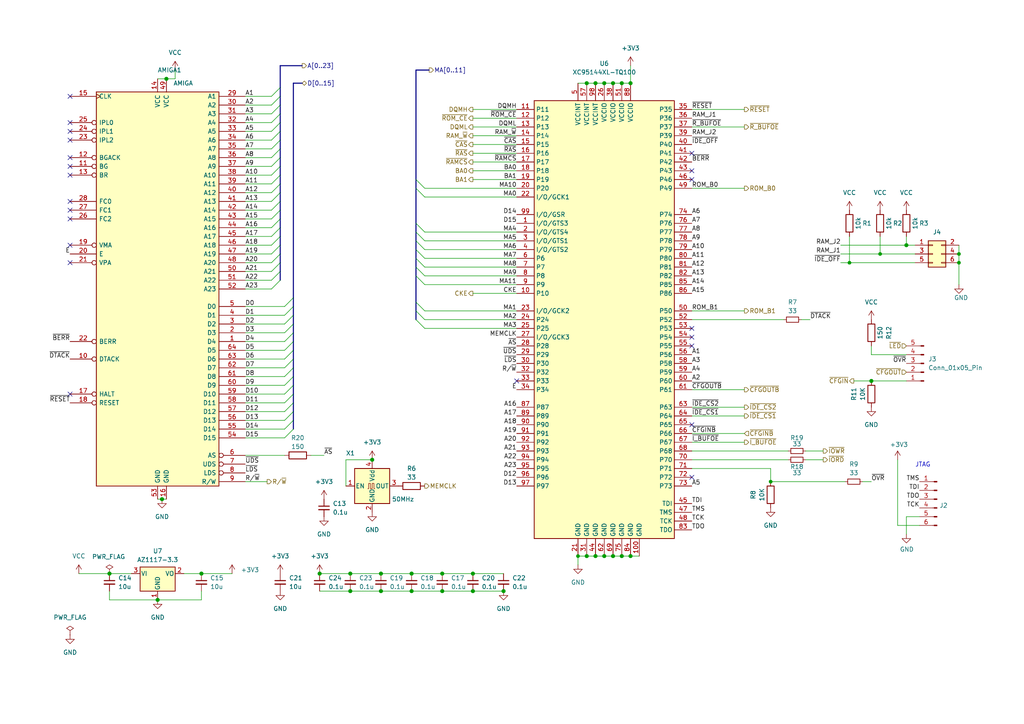
<source format=kicad_sch>
(kicad_sch (version 20250114) (generator "eeschema") (generator_version "9.0")
  (paper "A4")
  (text "JTAG" (at 265.43 135.636 0) (effects (font (size 1.27 1.27)) (justify left bottom)))
  (junction (at 101.6 166.37) (diameter 1.016))
  (junction (at 128.27 171.45) (diameter 1.016))
  (junction (at 175.26 24.13) (diameter 1.016))
  (junction (at 180.34 161.29) (diameter 1.016))
  (junction (at 119.38 171.45) (diameter 1.016))
  (junction (at 92.71 166.37) (diameter 1.016))
  (junction (at 45.72 173.99) (diameter 1.016))
  (junction (at 167.64 161.29))
  (junction (at 180.34 24.13) (diameter 1.016))
  (junction (at 177.8 24.13) (diameter 1.016))
  (junction (at 128.27 166.37) (diameter 1.016))
  (junction (at 137.16 166.37) (diameter 1.016))
  (junction (at 119.38 166.37) (diameter 1.016))
  (junction (at 146.05 171.45) (diameter 1.016))
  (junction (at 182.88 161.29) (diameter 1.016))
  (junction (at 101.6 171.45) (diameter 1.016))
  (junction (at 278.13 76.2))
  (junction (at 48.26 22.86) (diameter 1.016))
  (junction (at 278.13 73.66))
  (junction (at 255.27 73.66))
  (junction (at 31.75 166.37) (diameter 1.016))
  (junction (at 262.89 71.12) (diameter 1.016))
  (junction (at 182.88 24.13) (diameter 1.016))
  (junction (at 46.99 144.78) (diameter 1.016))
  (junction (at 246.38 76.2))
  (junction (at 170.18 24.13) (diameter 1.016))
  (junction (at 137.16 171.45) (diameter 1.016))
  (junction (at 107.95 133.35) (diameter 1.016))
  (junction (at 110.49 166.37) (diameter 1.016))
  (junction (at 110.49 171.45) (diameter 1.016))
  (junction (at 172.72 24.13) (diameter 1.016))
  (junction (at 175.26 161.29) (diameter 1.016))
  (junction (at 223.52 139.7))
  (junction (at 58.42 166.37) (diameter 1.016))
  (junction (at 177.8 161.29) (diameter 1.016))
  (junction (at 170.18 161.29) (diameter 1.016))
  (junction (at 252.73 110.49) (diameter 1.016))
  (junction (at 172.72 161.29) (diameter 1.016))
  (no_connect (at 200.66 52.07))
  (no_connect (at 149.86 110.49))
  (no_connect (at 200.66 44.45))
  (no_connect (at 200.66 49.53))
  (no_connect (at 20.32 38.1))
  (no_connect (at 200.66 97.79))
  (no_connect (at 20.32 114.3))
  (no_connect (at 200.66 95.25))
  (no_connect (at 20.32 45.72))
  (no_connect (at 20.32 27.94))
  (no_connect (at 20.32 58.42))
  (no_connect (at 20.32 60.96))
  (no_connect (at 20.32 50.8))
  (no_connect (at 20.32 71.12))
  (no_connect (at 20.32 40.64))
  (no_connect (at 200.66 100.33))
  (no_connect (at 20.32 48.26))
  (no_connect (at 20.32 35.56))
  (no_connect (at 20.32 63.5))
  (no_connect (at 200.66 138.43))
  (no_connect (at 200.66 123.19))
  (no_connect (at 20.32 76.2))
  (bus_entry (at 120.65 69.85) (size 2.54 2.54))
  (bus_entry (at 82.55 119.38) (size 2.54 -2.54))
  (bus_entry (at 82.55 93.98) (size 2.54 -2.54))
  (bus_entry (at 78.74 58.42) (size 2.54 -2.54))
  (bus_entry (at 82.55 106.68) (size 2.54 -2.54))
  (bus_entry (at 120.65 64.77) (size 2.54 2.54))
  (bus_entry (at 78.74 66.04) (size 2.54 -2.54))
  (bus_entry (at 82.55 111.76) (size 2.54 -2.54))
  (bus_entry (at 78.74 38.1) (size 2.54 -2.54))
  (bus_entry (at 78.74 48.26) (size 2.54 -2.54))
  (bus_entry (at 78.74 30.48) (size 2.54 -2.54))
  (bus_entry (at 78.74 53.34) (size 2.54 -2.54))
  (bus_entry (at 120.65 80.01) (size 2.54 2.54))
  (bus_entry (at 78.74 43.18) (size 2.54 -2.54))
  (bus_entry (at 120.65 87.63) (size 2.54 2.54))
  (bus_entry (at 82.55 99.06) (size 2.54 -2.54))
  (bus_entry (at 120.65 90.17) (size 2.54 2.54))
  (bus_entry (at 78.74 68.58) (size 2.54 -2.54))
  (bus_entry (at 78.74 71.12) (size 2.54 -2.54))
  (bus_entry (at 120.65 72.39) (size 2.54 2.54))
  (bus_entry (at 78.74 40.64) (size 2.54 -2.54))
  (bus_entry (at 82.55 101.6) (size 2.54 -2.54))
  (bus_entry (at 82.55 104.14) (size 2.54 -2.54))
  (bus_entry (at 78.74 55.88) (size 2.54 -2.54))
  (bus_entry (at 78.74 83.82) (size 2.54 -2.54))
  (bus_entry (at 78.74 35.56) (size 2.54 -2.54))
  (bus_entry (at 82.55 116.84) (size 2.54 -2.54))
  (bus_entry (at 82.55 88.9) (size 2.54 -2.54))
  (bus_entry (at 120.65 52.07) (size 2.54 2.54))
  (bus_entry (at 78.74 78.74) (size 2.54 -2.54))
  (bus_entry (at 120.65 54.61) (size 2.54 2.54))
  (bus_entry (at 78.74 33.02) (size 2.54 -2.54))
  (bus_entry (at 78.74 73.66) (size 2.54 -2.54))
  (bus_entry (at 78.74 45.72) (size 2.54 -2.54))
  (bus_entry (at 120.65 74.93) (size 2.54 2.54))
  (bus_entry (at 82.55 121.92) (size 2.54 -2.54))
  (bus_entry (at 78.74 27.94) (size 2.54 -2.54))
  (bus_entry (at 78.74 50.8) (size 2.54 -2.54))
  (bus_entry (at 78.74 81.28) (size 2.54 -2.54))
  (bus_entry (at 82.55 127) (size 2.54 -2.54))
  (bus_entry (at 78.74 60.96) (size 2.54 -2.54))
  (bus_entry (at 82.55 91.44) (size 2.54 -2.54))
  (bus_entry (at 78.74 63.5) (size 2.54 -2.54))
  (bus_entry (at 82.55 114.3) (size 2.54 -2.54))
  (bus_entry (at 82.55 124.46) (size 2.54 -2.54))
  (bus_entry (at 82.55 109.22) (size 2.54 -2.54))
  (bus_entry (at 120.65 77.47) (size 2.54 2.54))
  (bus_entry (at 120.65 67.31) (size 2.54 2.54))
  (bus_entry (at 120.65 92.71) (size 2.54 2.54))
  (bus_entry (at 78.74 76.2) (size 2.54 -2.54))
  (bus_entry (at 82.55 96.52) (size 2.54 -2.54))
  (bus (pts (xy 85.09 109.22) (xy 85.09 106.68)))
  (bus (pts (xy 81.28 78.74) (xy 81.28 76.2)))
  (wire (pts (xy 101.6 171.45) (xy 110.49 171.45)))
  (wire (pts (xy 71.12 45.72) (xy 78.74 45.72)))
  (bus (pts (xy 81.28 68.58) (xy 81.28 66.04)))
  (wire (pts (xy 137.16 34.29) (xy 149.86 34.29)))
  (bus (pts (xy 81.28 33.02) (xy 81.28 30.48)))
  (wire (pts (xy 182.88 161.29) (xy 185.42 161.29)))
  (wire (pts (xy 255.27 73.66) (xy 265.43 73.66)))
  (wire (pts (xy 137.16 44.45) (xy 149.86 44.45)))
  (bus (pts (xy 85.09 24.13) (xy 87.63 24.13)))
  (wire (pts (xy 71.12 127) (xy 82.55 127)))
  (wire (pts (xy 123.19 72.39) (xy 149.86 72.39)))
  (wire (pts (xy 71.12 43.18) (xy 78.74 43.18)))
  (wire (pts (xy 71.12 71.12) (xy 78.74 71.12)))
  (wire (pts (xy 167.64 161.29) (xy 167.64 163.83)))
  (wire (pts (xy 71.12 50.8) (xy 78.74 50.8)))
  (bus (pts (xy 120.65 54.61) (xy 120.65 52.07)))
  (wire (pts (xy 71.12 106.68) (xy 82.55 106.68)))
  (wire (pts (xy 252.73 102.87) (xy 252.73 100.33)))
  (wire (pts (xy 71.12 96.52) (xy 82.55 96.52)))
  (bus (pts (xy 85.09 106.68) (xy 85.09 104.14)))
  (wire (pts (xy 90.17 132.08) (xy 93.98 132.08)))
  (wire (pts (xy 71.12 81.28) (xy 78.74 81.28)))
  (wire (pts (xy 71.12 40.64) (xy 78.74 40.64)))
  (bus (pts (xy 120.65 67.31) (xy 120.65 64.77)))
  (wire (pts (xy 123.19 54.61) (xy 149.86 54.61)))
  (wire (pts (xy 31.75 166.37) (xy 38.1 166.37)))
  (bus (pts (xy 120.65 52.07) (xy 120.65 20.32)))
  (wire (pts (xy 182.88 19.05) (xy 182.88 24.13)))
  (wire (pts (xy 233.68 133.35) (xy 238.76 133.35)))
  (bus (pts (xy 81.28 66.04) (xy 81.28 63.5)))
  (wire (pts (xy 46.99 144.78) (xy 48.26 144.78)))
  (wire (pts (xy 71.12 124.46) (xy 82.55 124.46)))
  (wire (pts (xy 123.19 57.15) (xy 149.86 57.15)))
  (wire (pts (xy 137.16 39.37) (xy 149.86 39.37)))
  (wire (pts (xy 223.52 135.89) (xy 223.52 139.7)))
  (bus (pts (xy 85.09 93.98) (xy 85.09 91.44)))
  (wire (pts (xy 170.18 24.13) (xy 172.72 24.13)))
  (bus (pts (xy 81.28 43.18) (xy 81.28 40.64)))
  (bus (pts (xy 81.28 35.56) (xy 81.28 33.02)))
  (wire (pts (xy 180.34 161.29) (xy 182.88 161.29)))
  (wire (pts (xy 246.38 68.58) (xy 246.38 76.2)))
  (wire (pts (xy 200.66 31.75) (xy 215.9 31.75)))
  (wire (pts (xy 262.89 102.87) (xy 252.73 102.87)))
  (bus (pts (xy 120.65 80.01) (xy 120.65 77.47)))
  (bus (pts (xy 81.28 48.26) (xy 81.28 45.72)))
  (wire (pts (xy 177.8 161.29) (xy 180.34 161.29)))
  (wire (pts (xy 71.12 104.14) (xy 82.55 104.14)))
  (wire (pts (xy 223.52 139.7) (xy 245.11 139.7)))
  (bus (pts (xy 81.28 73.66) (xy 81.28 71.12)))
  (wire (pts (xy 71.12 66.04) (xy 78.74 66.04)))
  (wire (pts (xy 243.84 73.66) (xy 255.27 73.66)))
  (bus (pts (xy 85.09 101.6) (xy 85.09 99.06)))
  (wire (pts (xy 172.72 161.29) (xy 175.26 161.29)))
  (wire (pts (xy 137.16 41.91) (xy 149.86 41.91)))
  (bus (pts (xy 81.28 71.12) (xy 81.28 68.58)))
  (wire (pts (xy 31.75 171.45) (xy 31.75 173.99)))
  (wire (pts (xy 123.19 74.93) (xy 149.86 74.93)))
  (bus (pts (xy 81.28 53.34) (xy 81.28 50.8)))
  (wire (pts (xy 71.12 68.58) (xy 78.74 68.58)))
  (wire (pts (xy 123.19 69.85) (xy 149.86 69.85)))
  (bus (pts (xy 85.09 124.46) (xy 85.09 121.92)))
  (wire (pts (xy 260.35 152.4) (xy 266.7 152.4)))
  (wire (pts (xy 71.12 48.26) (xy 78.74 48.26)))
  (wire (pts (xy 71.12 99.06) (xy 82.55 99.06)))
  (wire (pts (xy 71.12 55.88) (xy 78.74 55.88)))
  (wire (pts (xy 92.71 166.37) (xy 101.6 166.37)))
  (wire (pts (xy 71.12 91.44) (xy 82.55 91.44)))
  (wire (pts (xy 71.12 58.42) (xy 78.74 58.42)))
  (wire (pts (xy 200.66 54.61) (xy 215.9 54.61)))
  (bus (pts (xy 81.28 50.8) (xy 81.28 48.26)))
  (bus (pts (xy 81.28 19.05) (xy 87.63 19.05)))
  (wire (pts (xy 71.12 93.98) (xy 82.55 93.98)))
  (bus (pts (xy 120.65 87.63) (xy 120.65 80.01)))
  (wire (pts (xy 175.26 161.29) (xy 177.8 161.29)))
  (bus (pts (xy 81.28 27.94) (xy 81.28 25.4)))
  (wire (pts (xy 71.12 53.34) (xy 78.74 53.34)))
  (bus (pts (xy 81.28 38.1) (xy 81.28 35.56)))
  (bus (pts (xy 85.09 91.44) (xy 85.09 88.9)))
  (wire (pts (xy 71.12 114.3) (xy 82.55 114.3)))
  (wire (pts (xy 22.86 166.37) (xy 31.75 166.37)))
  (wire (pts (xy 123.19 95.25) (xy 149.86 95.25)))
  (wire (pts (xy 177.8 24.13) (xy 180.34 24.13)))
  (bus (pts (xy 81.28 40.64) (xy 81.28 38.1)))
  (wire (pts (xy 71.12 33.02) (xy 78.74 33.02)))
  (wire (pts (xy 71.12 109.22) (xy 82.55 109.22)))
  (wire (pts (xy 247.65 110.49) (xy 252.73 110.49)))
  (bus (pts (xy 81.28 81.28) (xy 81.28 78.74)))
  (bus (pts (xy 85.09 111.76) (xy 85.09 109.22)))
  (wire (pts (xy 71.12 121.92) (xy 82.55 121.92)))
  (bus (pts (xy 81.28 55.88) (xy 81.28 53.34)))
  (wire (pts (xy 252.73 110.49) (xy 262.89 110.49)))
  (bus (pts (xy 85.09 86.36) (xy 85.09 24.13)))
  (wire (pts (xy 58.42 173.99) (xy 58.42 171.45)))
  (wire (pts (xy 71.12 88.9) (xy 82.55 88.9)))
  (wire (pts (xy 110.49 171.45) (xy 119.38 171.45)))
  (wire (pts (xy 123.19 77.47) (xy 149.86 77.47)))
  (wire (pts (xy 200.66 130.81) (xy 228.6 130.81)))
  (wire (pts (xy 71.12 30.48) (xy 78.74 30.48)))
  (wire (pts (xy 180.34 24.13) (xy 182.88 24.13)))
  (wire (pts (xy 200.66 92.71) (xy 227.33 92.71)))
  (wire (pts (xy 71.12 116.84) (xy 82.55 116.84)))
  (bus (pts (xy 120.65 64.77) (xy 120.65 54.61)))
  (wire (pts (xy 200.66 90.17) (xy 215.9 90.17)))
  (bus (pts (xy 85.09 116.84) (xy 85.09 114.3)))
  (wire (pts (xy 110.49 166.37) (xy 119.38 166.37)))
  (wire (pts (xy 71.12 132.08) (xy 82.55 132.08)))
  (wire (pts (xy 137.16 49.53) (xy 149.86 49.53)))
  (wire (pts (xy 262.89 68.58) (xy 262.89 71.12)))
  (wire (pts (xy 31.75 173.99) (xy 45.72 173.99)))
  (wire (pts (xy 266.7 149.86) (xy 262.89 149.86)))
  (wire (pts (xy 233.68 130.81) (xy 238.76 130.81)))
  (wire (pts (xy 170.18 161.29) (xy 172.72 161.29)))
  (wire (pts (xy 100.33 133.35) (xy 107.95 133.35)))
  (wire (pts (xy 167.64 24.13) (xy 170.18 24.13)))
  (wire (pts (xy 172.72 24.13) (xy 175.26 24.13)))
  (wire (pts (xy 119.38 171.45) (xy 128.27 171.45)))
  (wire (pts (xy 128.27 171.45) (xy 137.16 171.45)))
  (wire (pts (xy 71.12 119.38) (xy 82.55 119.38)))
  (bus (pts (xy 120.65 90.17) (xy 120.65 87.63)))
  (wire (pts (xy 123.19 90.17) (xy 149.86 90.17)))
  (wire (pts (xy 101.6 166.37) (xy 110.49 166.37)))
  (wire (pts (xy 137.16 46.99) (xy 149.86 46.99)))
  (wire (pts (xy 71.12 111.76) (xy 82.55 111.76)))
  (wire (pts (xy 137.16 52.07) (xy 149.86 52.07)))
  (wire (pts (xy 100.33 140.97) (xy 100.33 133.35)))
  (bus (pts (xy 120.65 74.93) (xy 120.65 72.39)))
  (wire (pts (xy 71.12 35.56) (xy 78.74 35.56)))
  (bus (pts (xy 81.28 60.96) (xy 81.28 58.42)))
  (wire (pts (xy 200.66 113.03) (xy 215.9 113.03)))
  (wire (pts (xy 137.16 31.75) (xy 149.86 31.75)))
  (bus (pts (xy 120.65 72.39) (xy 120.65 69.85)))
  (wire (pts (xy 260.35 133.35) (xy 260.35 152.4)))
  (bus (pts (xy 85.09 121.92) (xy 85.09 119.38)))
  (wire (pts (xy 278.13 73.66) (xy 278.13 76.2)))
  (wire (pts (xy 71.12 139.7) (xy 77.47 139.7)))
  (wire (pts (xy 71.12 63.5) (xy 78.74 63.5)))
  (wire (pts (xy 234.95 92.71) (xy 232.41 92.71)))
  (bus (pts (xy 120.65 77.47) (xy 120.65 74.93)))
  (bus (pts (xy 81.28 63.5) (xy 81.28 60.96)))
  (wire (pts (xy 53.34 166.37) (xy 58.42 166.37)))
  (wire (pts (xy 137.16 166.37) (xy 146.05 166.37)))
  (wire (pts (xy 200.66 135.89) (xy 223.52 135.89)))
  (wire (pts (xy 243.84 71.12) (xy 262.89 71.12)))
  (wire (pts (xy 71.12 73.66) (xy 78.74 73.66)))
  (wire (pts (xy 262.89 71.12) (xy 265.43 71.12)))
  (wire (pts (xy 200.66 36.83) (xy 215.9 36.83)))
  (wire (pts (xy 200.66 128.27) (xy 215.9 128.27)))
  (wire (pts (xy 246.38 76.2) (xy 265.43 76.2)))
  (wire (pts (xy 200.66 120.65) (xy 215.9 120.65)))
  (bus (pts (xy 85.09 114.3) (xy 85.09 111.76)))
  (wire (pts (xy 200.66 118.11) (xy 215.9 118.11)))
  (wire (pts (xy 137.16 36.83) (xy 149.86 36.83)))
  (bus (pts (xy 85.09 99.06) (xy 85.09 96.52)))
  (wire (pts (xy 123.19 67.31) (xy 149.86 67.31)))
  (wire (pts (xy 255.27 68.58) (xy 255.27 73.66)))
  (wire (pts (xy 92.71 171.45) (xy 101.6 171.45)))
  (wire (pts (xy 45.72 173.99) (xy 58.42 173.99)))
  (wire (pts (xy 278.13 76.2) (xy 278.13 82.55)))
  (wire (pts (xy 200.66 133.35) (xy 228.6 133.35)))
  (bus (pts (xy 120.65 92.71) (xy 120.65 90.17)))
  (wire (pts (xy 262.89 149.86) (xy 262.89 154.94)))
  (bus (pts (xy 85.09 96.52) (xy 85.09 93.98)))
  (wire (pts (xy 71.12 27.94) (xy 78.74 27.94)))
  (wire (pts (xy 137.16 85.09) (xy 149.86 85.09)))
  (wire (pts (xy 175.26 24.13) (xy 177.8 24.13)))
  (wire (pts (xy 123.19 80.01) (xy 149.86 80.01)))
  (bus (pts (xy 85.09 104.14) (xy 85.09 101.6)))
  (wire (pts (xy 71.12 60.96) (xy 78.74 60.96)))
  (wire (pts (xy 167.64 161.29) (xy 170.18 161.29)))
  (wire (pts (xy 243.84 76.2) (xy 246.38 76.2)))
  (wire (pts (xy 45.72 22.86) (xy 48.26 22.86)))
  (wire (pts (xy 123.19 82.55) (xy 149.86 82.55)))
  (wire (pts (xy 71.12 101.6) (xy 82.55 101.6)))
  (wire (pts (xy 50.8 20.32) (xy 50.8 22.86)))
  (wire (pts (xy 278.13 71.12) (xy 278.13 73.66)))
  (bus (pts (xy 81.28 76.2) (xy 81.28 73.66)))
  (wire (pts (xy 71.12 83.82) (xy 78.74 83.82)))
  (bus (pts (xy 120.65 69.85) (xy 120.65 67.31)))
  (bus (pts (xy 120.65 20.32) (xy 124.46 20.32)))
  (wire (pts (xy 58.42 166.37) (xy 67.31 166.37)))
  (wire (pts (xy 71.12 78.74) (xy 78.74 78.74)))
  (wire (pts (xy 71.12 38.1) (xy 78.74 38.1)))
  (wire (pts (xy 200.66 125.73) (xy 215.9 125.73)))
  (wire (pts (xy 48.26 22.86) (xy 50.8 22.86)))
  (bus (pts (xy 81.28 25.4) (xy 81.28 19.05)))
  (wire (pts (xy 119.38 166.37) (xy 128.27 166.37)))
  (bus (pts (xy 85.09 88.9) (xy 85.09 86.36)))
  (wire (pts (xy 45.72 144.78) (xy 46.99 144.78)))
  (wire (pts (xy 252.73 139.7) (xy 250.19 139.7)))
  (wire (pts (xy 71.12 76.2) (xy 78.74 76.2)))
  (bus (pts (xy 81.28 45.72) (xy 81.28 43.18)))
  (bus (pts (xy 85.09 119.38) (xy 85.09 116.84)))
  (bus (pts (xy 81.28 30.48) (xy 81.28 27.94)))
  (wire (pts (xy 128.27 166.37) (xy 137.16 166.37)))
  (wire (pts (xy 137.16 171.45) (xy 146.05 171.45)))
  (wire (pts (xy 123.19 92.71) (xy 149.86 92.71)))
  (bus (pts (xy 81.28 58.42) (xy 81.28 55.88)))
  (label "A7" (at 200.66 64.77 0))
  (label "~{OVR}" (at 252.73 139.7 0))
  (label "A12" (at 200.66 77.47 0))
  (label "R{slash}~{W}" (at 71.12 139.7 0))
  (label "A15" (at 200.66 85.09 0))
  (label "RAM_J1" (at 243.84 73.66 180))
  (label "~{RESET}" (at 20.32 116.84 180))
  (label "A23" (at 149.86 135.89 180))
  (label "MA5" (at 149.86 69.85 180))
  (label "D5" (at 71.12 101.6 0))
  (label "ROM_B1" (at 200.66 90.17 0))
  (label "~{RAS}" (at 149.86 44.45 180))
  (label "~{DTACK}" (at 234.95 92.71 0))
  (label "~{LDS}" (at 71.12 137.16 0))
  (label "~{LDS}" (at 149.86 105.41 180))
  (label "BA0" (at 149.86 49.53 180))
  (label "~{CFGOUTB}" (at 200.66 113.03 0))
  (label "MA8" (at 149.86 77.47 180))
  (label "A5" (at 200.66 140.97 0))
  (label "A13" (at 200.66 80.01 0))
  (label "MA6" (at 149.86 72.39 180))
  (label "A21" (at 71.12 78.74 0))
  (label "D8" (at 71.12 109.22 0))
  (label "D9" (at 71.12 111.76 0))
  (label "MA1" (at 149.86 90.17 180))
  (label "D10" (at 71.12 114.3 0))
  (label "A10" (at 200.66 72.39 0))
  (label "E" (at 149.86 113.03 180))
  (label "A10" (at 71.12 50.8 0))
  (label "~{AS}" (at 149.86 100.33 180))
  (label "A17" (at 71.12 68.58 0))
  (label "RAM_J1" (at 200.66 34.29 0))
  (label "TDO" (at 266.7 144.78 180))
  (label "TDI" (at 266.7 142.24 180))
  (label "A2" (at 71.12 30.48 0))
  (label "TMS" (at 266.7 139.7 180))
  (label "A18" (at 71.12 71.12 0))
  (label "A16" (at 149.86 118.11 180))
  (label "~{R_BUFOE}" (at 200.66 36.83 0))
  (label "MA4" (at 149.86 67.31 180))
  (label "~{ROM_CE}" (at 149.86 34.29 180))
  (label "D2" (at 71.12 93.98 0))
  (label "TDI" (at 200.66 146.05 0))
  (label "~{IDE_CS2}" (at 200.66 118.11 0))
  (label "A15" (at 71.12 63.5 0))
  (label "A5" (at 71.12 38.1 0))
  (label "D14" (at 71.12 124.46 0))
  (label "MA9" (at 149.86 80.01 180))
  (label "~{CAS}" (at 149.86 41.91 180))
  (label "D13" (at 149.86 140.97 180))
  (label "D15" (at 71.12 127 0))
  (label "A8" (at 200.66 67.31 0))
  (label "MA7" (at 149.86 74.93 180))
  (label "A4" (at 71.12 35.56 0))
  (label "A2" (at 200.66 110.49 0))
  (label "D6" (at 71.12 104.14 0))
  (label "DQML" (at 149.86 36.83 180))
  (label "~{AS}" (at 93.98 132.08 0))
  (label "~{RAMCS}" (at 149.86 46.99 180))
  (label "TMS" (at 200.66 148.59 0))
  (label "A14" (at 71.12 60.96 0))
  (label "A1" (at 200.66 102.87 0))
  (label "~{CFGINB}" (at 200.66 125.73 0))
  (label "A1" (at 71.12 27.94 0))
  (label "A3" (at 71.12 33.02 0))
  (label "~{RESET}" (at 200.66 31.75 0))
  (label "A11" (at 71.12 53.34 0))
  (label "RAM_~{W}" (at 149.86 39.37 180))
  (label "A22" (at 149.86 133.35 180))
  (label "A7" (at 71.12 43.18 0))
  (label "D13" (at 71.12 121.92 0))
  (label "D4" (at 71.12 99.06 0))
  (label "D15" (at 149.86 64.77 180))
  (label "BA1" (at 149.86 52.07 180))
  (label "RAM_J2" (at 200.66 39.37 0))
  (label "A14" (at 200.66 82.55 0))
  (label "A19" (at 71.12 73.66 0))
  (label "~{IDE_OFF}" (at 200.66 41.91 0))
  (label "A9" (at 71.12 48.26 0))
  (label "A17" (at 149.86 120.65 180))
  (label "MA10" (at 149.86 54.61 180))
  (label "~{DTACK}" (at 20.32 104.14 180))
  (label "A4" (at 200.66 107.95 0))
  (label "A11" (at 200.66 74.93 0))
  (label "~{I_BUFOE}" (at 200.66 128.27 0))
  (label "A18" (at 149.86 123.19 180))
  (label "A6" (at 71.12 40.64 0))
  (label "D11" (at 71.12 116.84 0))
  (label "MA3" (at 149.86 95.25 180))
  (label "~{IDE_CS1}" (at 200.66 120.65 0))
  (label "MA11" (at 149.86 82.55 180))
  (label "MA0" (at 149.86 57.15 180))
  (label "ROM_B0" (at 200.66 54.61 0))
  (label "DQMH" (at 149.86 31.75 180))
  (label "A22" (at 71.12 81.28 0))
  (label "A12" (at 71.12 55.88 0))
  (label "~{UDS}" (at 71.12 134.62 0))
  (label "~{UDS}" (at 149.86 102.87 180))
  (label "A13" (at 71.12 58.42 0))
  (label "D7" (at 71.12 106.68 0))
  (label "A8" (at 71.12 45.72 0))
  (label "D12" (at 71.12 119.38 0))
  (label "A23" (at 71.12 83.82 0))
  (label "A20" (at 71.12 76.2 0))
  (label "D1" (at 71.12 91.44 0))
  (label "RAM_J2" (at 243.84 71.12 180))
  (label "A6" (at 200.66 62.23 0))
  (label "TCK" (at 200.66 151.13 0))
  (label "CKE" (at 149.86 85.09 180))
  (label "A21" (at 149.86 130.81 180))
  (label "~{IDE_OFF}" (at 243.84 76.2 180))
  (label "E" (at 20.32 73.66 180))
  (label "D14" (at 149.86 62.23 180))
  (label "R{slash}~{W}" (at 149.86 107.95 180))
  (label "~{BERR}" (at 20.32 99.06 180))
  (label "A3" (at 200.66 105.41 0))
  (label "MA2" (at 149.86 92.71 180))
  (label "A16" (at 71.12 66.04 0))
  (label "MEMCLK" (at 149.86 97.79 180))
  (label "A20" (at 149.86 128.27 180))
  (label "~{BERR}" (at 200.66 46.99 0))
  (label "D12" (at 149.86 138.43 180))
  (label "A19" (at 149.86 125.73 180))
  (label "TCK" (at 266.7 147.32 180))
  (label "~{OVR}" (at 262.89 105.41 180))
  (label "D0" (at 71.12 88.9 0))
  (label "D3" (at 71.12 96.52 0))
  (label "TDO" (at 200.66 153.67 0))
  (label "A9" (at 200.66 69.85 0))
  (hierarchical_label "R{slash}~{W}" (shape output) (at 77.47 139.7 0))
  (hierarchical_label "DQML" (shape output) (at 137.16 36.83 180))
  (hierarchical_label "D[0..15]" (shape bidirectional) (at 87.63 24.13 0))
  (hierarchical_label "~{CFGIN}" (shape output) (at 247.65 110.49 180))
  (hierarchical_label "RAM_~{W}" (shape output) (at 137.16 39.37 180))
  (hierarchical_label "MA[0..11]" (shape output) (at 124.46 20.32 0))
  (hierarchical_label "BA1" (shape output) (at 137.16 52.07 180))
  (hierarchical_label "ROM_B0" (shape output) (at 215.9 54.61 0))
  (hierarchical_label "~{LED}" (shape input) (at 262.89 100.33 180))
  (hierarchical_label "~{CFGOUTB}" (shape output) (at 215.9 113.03 0))
  (hierarchical_label "~{CAS}" (shape output) (at 137.16 41.91 180))
  (hierarchical_label "~{IDE_CS1}" (shape output) (at 215.9 120.65 0))
  (hierarchical_label "~{I_BUFOE}" (shape output) (at 215.9 128.27 0))
  (hierarchical_label "MEMCLK" (shape output) (at 123.19 140.97 0))
  (hierarchical_label "~{R_BUFOE}" (shape output) (at 215.9 36.83 0))
  (hierarchical_label "A[0..23]" (shape output) (at 87.63 19.05 0))
  (hierarchical_label "~{ROM_CE}" (shape output) (at 137.16 34.29 180))
  (hierarchical_label "~{RESET}" (shape output) (at 215.9 31.75 0))
  (hierarchical_label "~{IDE_CS2}" (shape output) (at 215.9 118.11 0))
  (hierarchical_label "CKE" (shape output) (at 137.16 85.09 180))
  (hierarchical_label "~{IOWR}" (shape output) (at 238.76 130.81 0))
  (hierarchical_label "BA0" (shape output) (at 137.16 49.53 180))
  (hierarchical_label "~{RAS}" (shape output) (at 137.16 44.45 180))
  (hierarchical_label "ROM_B1" (shape output) (at 215.9 90.17 0))
  (hierarchical_label "~{RAMCS}" (shape output) (at 137.16 46.99 180))
  (hierarchical_label "~{CFGOUT}" (shape input) (at 262.89 107.95 180))
  (hierarchical_label "DQMH" (shape output) (at 137.16 31.75 180))
  (hierarchical_label "~{IORD}" (shape output) (at 238.76 133.35 0))
  (hierarchical_label "~{CFGINB}" (shape input) (at 215.9 125.73 0))
  (symbol (lib_id "Device:C_Small") (at 146.05 168.91 0) (unit 1)
    (property "Reference" "C22" (at 148.59 167.6462 0) (effects (justify left)))
    (property "Value" "0.1u" (at 148.59 170.1862 0) (effects (justify left)))
    (property "Footprint" "Capacitor_SMD:C_0603_1608Metric" (effects (hide yes)))
    (property "LCSC #" "C14663" (effects (hide yes)))
    (property "Mouser #" "80-C603C104K5RAC3121" (effects (hide yes)))
    (property "Digikey #" "399-C0603C104K5RAC3121CT-ND" (effects (hide yes)))
  )
  (symbol (lib_id "Device:C_Small") (at 58.42 168.91 0) (unit 1)
    (property "Reference" "C15" (at 60.96 167.6399 0) (effects (justify left)))
    (property "Value" "10u" (at 60.96 170.1799 0) (effects (justify left)))
    (property "Footprint" "Capacitor_Tantalum_SMD:CP_EIA-3216-18_Kemet-A" (effects (hide yes)))
    (property "LCSC #" "C117023" (effects (hide yes)))
    (property "Mouser #" "80-T491A106M020" (effects (hide yes)))
    (property "Digikey #" "399-5152-1-ND" (effects (hide yes)))
  )
  (symbol (lib_id "power:VCC") (at 262.89 60.96 0) (unit 1)
    (property "Reference" "#PWR02" (effects (hide yes)))
    (property "Value" "VCC" (at 262.89 55.88 0))
  )
  (symbol (lib_id "power:GND") (at 223.52 147.32 0) (mirror y) (unit 1)
    (property "Reference" "#PWR061" (effects (hide yes)))
    (property "Value" "GND" (at 223.52 152.4 0))
  )
  (symbol (lib_id "CPU_NXP_68000:68000D") (at 45.72 83.82 0) (unit 1)
    (property "Reference" "AMIGA1" (at 45.72 20.32 0) (effects (justify left)))
    (property "Value" "AMIGA" (at 50.2794 24.13 0) (effects (justify left)))
    (property "Footprint" "Package_DIP:DIP-64_W22.86mm" (effects (hide yes)))
    (property "Datasheet" "https://www.nxp.com/docs/en/reference-manual/MC68000UM.pdf" (effects (hide yes)))
    (property "Mouser #" "575-643166" (effects (hide yes)))
    (property "Digikey #" "ED5764-64-ND" (effects (hide yes)))
  )
  (symbol (lib_id "Device:R_Small") (at 247.65 139.7 90) (unit 1)
    (property "Reference" "R9" (at 247.65 134.62 90))
    (property "Value" "33" (at 247.65 137.16 90))
    (property "Footprint" "Resistor_SMD:R_0603_1608Metric" (effects (hide yes)))
    (property "Description" "Resistor, small symbol" (effects (hide yes)))
    (property "LCSC #" "C23140" (effects (hide yes)))
    (property "Mouser #" "279-CRG0603F33R" (effects (hide yes)))
    (property "Digikey #" "1712-CRG0603F33RCT-ND" (effects (hide yes)))
  )
  (symbol (lib_id "Device:C_Small") (at 119.38 168.91 0) (unit 1)
    (property "Reference" "C18" (at 121.92 167.6462 0) (effects (justify left)))
    (property "Value" "0.1u" (at 121.92 170.1862 0) (effects (justify left)))
    (property "Footprint" "Capacitor_SMD:C_0603_1608Metric" (effects (hide yes)))
    (property "LCSC #" "C14663" (effects (hide yes)))
    (property "Mouser #" "80-C603C104K5RAC3121" (effects (hide yes)))
    (property "Digikey #" "399-C0603C104K5RAC3121CT-ND" (effects (hide yes)))
  )
  (symbol (lib_id "power:GND") (at 45.72 173.99 0) (unit 1)
    (property "Reference" "#PWR047" (effects (hide yes)))
    (property "Value" "GND" (at 45.72 179.07 0))
  )
  (symbol (lib_id "power:VCC") (at 255.27 60.96 0) (unit 1)
    (property "Reference" "#PWR03" (effects (hide yes)))
    (property "Value" "VCC" (at 255.27 55.88 0))
  )
  (symbol (lib_id "power:+3.3V") (at 107.95 133.35 0) (unit 1)
    (property "Reference" "#PWR052" (effects (hide yes)))
    (property "Value" "+3V3" (at 107.95 128.27 0))
  )
  (symbol (lib_id "power:+3.3V") (at 260.35 133.35 0) (unit 1)
    (property "Reference" "#PWR045" (effects (hide yes)))
    (property "Value" "+3V3" (at 260.731 128.9558 0))
  )
  (symbol (lib_id "power:+3.3V") (at 92.71 166.37 0) (unit 1)
    (property "Reference" "#PWR051" (effects (hide yes)))
    (property "Value" "+3V3" (at 92.71 161.29 0))
  )
  (symbol (lib_id "power:PWR_FLAG") (at 31.75 166.37 0) (unit 1)
    (property "Reference" "#FLG02" (effects (hide yes)))
    (property "Value" "PWR_FLAG" (at 26.67 161.4804 0) (effects (justify left)))
  )
  (symbol (lib_id "power:GND") (at 93.98 149.86 0) (unit 1)
    (property "Reference" "#PWR058" (effects (hide yes)))
    (property "Value" "GND" (at 93.98 154.94 0))
  )
  (symbol (lib_id "Connector:Conn_01x06_Male") (at 271.78 144.78 0) (mirror y) (unit 1) (in_bom no)
    (property "Reference" "J2" (at 272.4912 146.6088 0) (effects (justify right)))
    (property "Value" "Conn_01x06_Male" (effects (hide yes)))
    (property "Footprint" "Connector_PinHeader_2.54mm:PinHeader_1x06_P2.54mm_Vertical" (effects (hide yes)))
  )
  (symbol (lib_id "power:+3.3V") (at 93.98 144.78 0) (unit 1)
    (property "Reference" "#PWR057" (effects (hide yes)))
    (property "Value" "+3V3" (at 93.98 139.7 0))
  )
  (symbol (lib_id "Device:R_Small") (at 231.14 133.35 270) (mirror x) (unit 1)
    (property "Reference" "R18" (at 231.14 135.382 90))
    (property "Value" "33" (at 231.14 137.16 90))
    (property "Footprint" "Resistor_SMD:R_0603_1608Metric" (effects (hide yes)))
    (property "Description" "Resistor, small symbol" (effects (hide yes)))
    (property "LCSC #" "C23140" (effects (hide yes)))
    (property "Mouser #" "279-CRG0603F33R" (effects (hide yes)))
    (property "Digikey #" "1712-CRG0603F33RCT-ND" (effects (hide yes)))
  )
  (symbol (lib_id "Device:R") (at 223.52 143.51 180) (unit 1)
    (property "Reference" "R8" (at 218.44 143.51 90))
    (property "Value" "10K" (at 220.98 143.51 90))
    (property "Footprint" "Resistor_SMD:R_0603_1608Metric" (effects (hide yes)))
    (property "LCSC #" "C25804" (effects (hide yes)))
    (property "Mouser #" "279-CRGH0603J10K" (effects (hide yes)))
    (property "Digikey #" "A126394CT-ND" (effects (hide yes)))
  )
  (symbol (lib_id "Device:C_Small") (at 137.16 168.91 0) (unit 1)
    (property "Reference" "C20" (at 139.7 167.6462 0) (effects (justify left)))
    (property "Value" "0.1u" (at 139.7 170.1862 0) (effects (justify left)))
    (property "Footprint" "Capacitor_SMD:C_0603_1608Metric" (effects (hide yes)))
    (property "LCSC #" "C14663" (effects (hide yes)))
    (property "Mouser #" "80-C603C104K5RAC3121" (effects (hide yes)))
    (property "Digikey #" "399-C0603C104K5RAC3121CT-ND" (effects (hide yes)))
  )
  (symbol (lib_id "power:GND") (at 146.05 171.45 0) (unit 1)
    (property "Reference" "#PWR060" (effects (hide yes)))
    (property "Value" "GND" (at 146.05 176.53 0))
  )
  (symbol (lib_id "CPLD_Xilinx:XC95144XL-TQ100") (at 175.26 92.71 0) (unit 1)
    (property "Reference" "U6" (at 175.26 18.415 0))
    (property "Value" "XC95144XL-TQ100" (at 175.26 20.955 0))
    (property "Footprint" "Package_QFP:TQFP-100_14x14mm_P0.5mm" (effects (hide yes)))
    (property "Datasheet" "https://www.xilinx.com/support/documentation/data_sheets/ds056.pdf" (effects (hide yes)))
    (property "LCSC #" "C45126" (effects (hide yes)))
    (property "Mouser #" "217-5144XL-10TQG100I" (effects (hide yes)))
  )
  (symbol (lib_id "Oscillator:ASE-xxxMHz") (at 107.95 140.97 0) (unit 1)
    (property "Reference" "X1" (at 100.33 131.4449 0) (effects (justify left)))
    (property "Value" "50MHz" (at 113.665 144.7799 0) (effects (justify left)))
    (property "Footprint" "Oscillator:Oscillator_SMD_Abracon_ASE-4Pin_3.2x2.5mm" (effects (hide yes)))
    (property "Datasheet" "http://www.abracon.com/Oscillators/ASV.pdf" (effects (hide yes)))
    (property "LCSC #" "C5203552" (effects (hide yes)))
    (property "Mouser #" "520-ECS-2333-500-BNT" (effects (hide yes)))
    (property "Digikey #" "XC1930CT-ND" (effects (hide yes)))
  )
  (symbol (lib_id "power:GND") (at 262.89 154.94 0) (unit 1)
    (property "Reference" "#PWR046" (effects (hide yes)))
    (property "Value" "GND" (at 263.017 159.3342 0))
  )
  (symbol (lib_id "Device:C_Small") (at 110.49 168.91 0) (unit 1)
    (property "Reference" "C19" (at 113.03 167.6462 0) (effects (justify left)))
    (property "Value" "0.1u" (at 113.03 170.1862 0) (effects (justify left)))
    (property "Footprint" "Capacitor_SMD:C_0603_1608Metric" (effects (hide yes)))
    (property "LCSC #" "C14663" (effects (hide yes)))
    (property "Mouser #" "80-C603C104K5RAC3121" (effects (hide yes)))
    (property "Digikey #" "399-C0603C104K5RAC3121CT-ND" (effects (hide yes)))
  )
  (symbol (lib_id "Device:C_Small") (at 92.71 168.91 0) (unit 1)
    (property "Reference" "C24" (at 95.25 167.6462 0) (effects (justify left)))
    (property "Value" "0.1u" (at 95.25 170.1862 0) (effects (justify left)))
    (property "Footprint" "Capacitor_SMD:C_0603_1608Metric" (effects (hide yes)))
    (property "LCSC #" "C14663" (effects (hide yes)))
    (property "Mouser #" "80-C603C104K5RAC3121" (effects (hide yes)))
    (property "Digikey #" "399-C0603C104K5RAC3121CT-ND" (effects (hide yes)))
  )
  (symbol (lib_id "power:+3.3V") (at 81.28 166.37 0) (unit 1)
    (property "Reference" "#PWR048" (effects (hide yes)))
    (property "Value" "+3V3" (at 81.28 161.29 0))
  )
  (symbol (lib_id "power:GND") (at 167.64 163.83 0) (unit 1)
    (property "Reference" "#PWR059" (effects (hide yes)))
    (property "Value" "GND" (at 167.64 168.91 0))
  )
  (symbol (lib_id "Device:R") (at 119.38 140.97 90) (unit 1)
    (property "Reference" "R6" (at 119.38 135.89 90))
    (property "Value" "33" (at 119.38 138.43 90))
    (property "Footprint" "Resistor_SMD:R_0603_1608Metric" (effects (hide yes)))
    (property "LCSC #" "C23140" (effects (hide yes)))
    (property "Mouser #" "279-CRG0603F33R" (effects (hide yes)))
    (property "Digikey #" "1712-CRG0603F33RCT-ND" (effects (hide yes)))
  )
  (symbol (lib_id "power:VCC") (at 252.73 92.71 0) (unit 1)
    (property "Reference" "#PWR054" (effects (hide yes)))
    (property "Value" "VCC" (at 252.73 87.63 0))
  )
  (symbol (lib_id "Device:R") (at 246.38 64.77 0) (unit 1)
    (property "Reference" "R1" (at 251.46 64.77 0))
    (property "Value" "10k" (at 248.92 64.77 90))
    (property "Footprint" "Resistor_SMD:R_0603_1608Metric" (effects (hide yes)))
    (property "LCSC #" "C25804" (effects (hide yes)))
    (property "Mouser #" "279-CRGH0603J10K" (effects (hide yes)))
    (property "Digikey #" "A126394CT-ND" (effects (hide yes)))
  )
  (symbol (lib_id "Device:C_Small") (at 81.28 168.91 0) (unit 1)
    (property "Reference" "C21" (at 83.82 167.6399 0) (effects (justify left)))
    (property "Value" "10u" (at 83.82 170.1799 0) (effects (justify left)))
    (property "Footprint" "Capacitor_SMD:C_0805_2012Metric_Pad1.18x1.45mm_HandSolder" (effects (hide yes)))
    (property "LCSC #" "C15850" (effects (hide yes)))
    (property "Mouser #" "187-CL21A106KQFNNWE" (effects (hide yes)))
    (property "Digikey #" "1276-CL21A106KQFNNWECT-ND" (effects (hide yes)))
  )
  (symbol (lib_id "power:+3.3V") (at 67.31 166.37 0) (unit 1)
    (property "Reference" "#PWR050" (effects (hide yes)))
    (property "Value" "+3V3" (at 69.85 165.2904 0) (effects (justify left)))
  )
  (symbol (lib_id "power:VCC") (at 246.38 60.96 0) (unit 1)
    (property "Reference" "#PWR04" (effects (hide yes)))
    (property "Value" "VCC" (at 246.38 55.88 0))
  )
  (symbol (lib_id "power:GND") (at 81.28 171.45 0) (unit 1)
    (property "Reference" "#PWR049" (effects (hide yes)))
    (property "Value" "GND" (at 81.28 176.53 0))
  )
  (symbol (lib_id "Device:R") (at 252.73 96.52 0) (unit 1)
    (property "Reference" "R12" (at 257.81 96.52 90))
    (property "Value" "150" (at 255.27 96.52 90))
    (property "Footprint" "Resistor_SMD:R_0603_1608Metric" (effects (hide yes)))
    (property "LCSC #" "C22808" (effects (hide yes)))
    (property "Mouser #" "279-CRGP0603F150R" (effects (hide yes)))
    (property "Digikey #" "A130406CT-ND" (effects (hide yes)))
  )
  (symbol (lib_id "Device:C_Small") (at 128.27 168.91 0) (unit 1)
    (property "Reference" "C17" (at 130.81 167.6462 0) (effects (justify left)))
    (property "Value" "0.1u" (at 130.81 170.1862 0) (effects (justify left)))
    (property "Footprint" "Capacitor_SMD:C_0603_1608Metric" (effects (hide yes)))
    (property "LCSC #" "C14663" (effects (hide yes)))
    (property "Mouser #" "80-C603C104K5RAC3121" (effects (hide yes)))
    (property "Digikey #" "399-C0603C104K5RAC3121CT-ND" (effects (hide yes)))
  )
  (symbol (lib_id "Connector_Generic:Conn_02x03_Odd_Even") (at 270.51 73.66 0) (unit 1)
    (property "Reference" "J4" (at 271.78 67.31 0))
    (property "Value" "Conn_02x03_Odd_Even" (effects (hide yes)))
    (property "Footprint" "Connector_PinHeader_2.54mm:PinHeader_2x03_P2.54mm_Vertical" (effects (hide yes)))
    (property "Description" "Generic connector, double row, 02x03, odd/even pin numbering scheme (row 1 odd numbers, row 2 even numbers), script generated (kicad-library-utils/schlib/autogen/connector/)" (effects (hide yes)))
    (property "Mouser #" "571-4-146262-1" (effects (hide yes)))
    (property "LCSC #" "C7501274" (effects (hide yes)))
    (property "Digikey #" "4-146262-1-ND" (effects (hide yes)))
  )
  (symbol (lib_id "power:GND") (at 20.32 184.15 0) (unit 1)
    (property "Reference" "#PWR08" (effects (hide yes)))
    (property "Value" "GND" (at 20.32 189.23 0))
  )
  (symbol (lib_id "Connector:Conn_01x05_Pin") (at 267.97 105.41 180) (unit 1) (in_bom no)
    (property "Reference" "J3" (at 269.24 104.1399 0) (effects (justify right)))
    (property "Value" "Conn_01x05_Pin" (at 269.24 106.6799 0) (effects (justify right)))
    (property "Footprint" "Connector_PinHeader_2.54mm:PinHeader_1x05_P2.54mm_Vertical" (effects (hide yes)))
    (property "Description" "Generic connector, single row, 01x05, script generated" (effects (hide yes)))
  )
  (symbol (lib_id "power:+3.3V") (at 182.88 19.05 0) (unit 1)
    (property "Reference" "#PWR056" (effects (hide yes)))
    (property "Value" "+3V3" (at 182.88 13.97 0))
  )
  (symbol (lib_id "power:GND") (at 252.73 118.11 0) (mirror y) (unit 1)
    (property "Reference" "#PWR055" (effects (hide yes)))
    (property "Value" "GND" (at 252.73 123.19 0))
  )
  (symbol (lib_id "Device:R_Small") (at 229.87 92.71 270) (mirror x) (unit 1)
    (property "Reference" "R7" (at 229.87 87.63 90))
    (property "Value" "33" (at 229.87 90.17 90))
    (property "Footprint" "Resistor_SMD:R_0603_1608Metric" (effects (hide yes)))
    (property "Description" "Resistor, small symbol" (effects (hide yes)))
    (property "LCSC #" "C23140" (effects (hide yes)))
    (property "Mouser #" "279-CRG0603F33R" (effects (hide yes)))
    (property "Digikey #" "1712-CRG0603F33RCT-ND" (effects (hide yes)))
  )
  (symbol (lib_id "Regulator_Linear:AZ1117-3.3") (at 45.72 166.37 0) (unit 1)
    (property "Reference" "U7" (at 45.72 159.8168 0))
    (property "Value" "AZ1117-3.3" (at 45.72 162.3568 0))
    (property "Footprint" "Package_TO_SOT_SMD:SOT-89-3" (effects (hide yes)))
    (property "Datasheet" "https://www.diodes.com/assets/Datasheets/AZ1117.pdf" (effects (hide yes)))
    (property "LCSC #" "C460428" (effects (hide yes)))
    (property "Mouser #" "621-AZ1117CR-3.3TRG1" (effects (hide yes)))
    (property "Digikey #" "AZ1117CR-3.3TRG1DICT-ND" (effects (hide yes)))
  )
  (symbol (lib_id "power:GND") (at 107.95 148.59 0) (unit 1)
    (property "Reference" "#PWR053" (effects (hide yes)))
    (property "Value" "GND" (at 107.95 153.67 0))
  )
  (symbol (lib_id "power:GND") (at 46.99 144.78 0) (unit 1)
    (property "Reference" "#PWR011" (effects (hide yes)))
    (property "Value" "GND" (at 46.99 149.86 0))
  )
  (symbol (lib_id "power:PWR_FLAG") (at 20.32 184.15 0) (unit 1)
    (property "Reference" "#FLG01" (effects (hide yes)))
    (property "Value" "PWR_FLAG" (at 20.32 179.07 0))
  )
  (symbol (lib_id "Device:R") (at 262.89 64.77 0) (unit 1)
    (property "Reference" "R3" (at 267.97 64.77 0))
    (property "Value" "10k" (at 265.43 64.77 90))
    (property "Footprint" "Resistor_SMD:R_0603_1608Metric" (effects (hide yes)))
    (property "LCSC #" "C25804" (effects (hide yes)))
    (property "Mouser #" "279-CRGH0603J10K" (effects (hide yes)))
    (property "Digikey #" "A126394CT-ND" (effects (hide yes)))
  )
  (symbol (lib_id "Device:C_Small") (at 31.75 168.91 0) (unit 1)
    (property "Reference" "C14" (at 34.29 167.6399 0) (effects (justify left)))
    (property "Value" "10u" (at 34.29 170.1799 0) (effects (justify left)))
    (property "Footprint" "Capacitor_Tantalum_SMD:CP_EIA-3216-18_Kemet-A" (effects (hide yes)))
    (property "LCSC #" "C117023" (effects (hide yes)))
    (property "Mouser #" "80-T491A106M020" (effects (hide yes)))
    (property "Digikey #" "399-5152-1-ND" (effects (hide yes)))
  )
  (symbol (lib_id "power:VCC") (at 22.86 166.37 0) (unit 1)
    (property "Reference" "#PWR016" (effects (hide yes)))
    (property "Value" "VCC" (at 22.86 161.29 0))
  )
  (symbol (lib_id "Device:C_Small") (at 101.6 168.91 0) (unit 1)
    (property "Reference" "C23" (at 104.14 167.6462 0) (effects (justify left)))
    (property "Value" "0.1u" (at 104.14 170.1862 0) (effects (justify left)))
    (property "Footprint" "Capacitor_SMD:C_0603_1608Metric" (effects (hide yes)))
    (property "LCSC #" "C14663" (effects (hide yes)))
    (property "Mouser #" "80-C603C104K5RAC3121" (effects (hide yes)))
    (property "Digikey #" "399-C0603C104K5RAC3121CT-ND" (effects (hide yes)))
  )
  (symbol (lib_id "Device:R_Small") (at 231.14 130.81 270) (mirror x) (unit 1)
    (property "Reference" "R19" (at 231.14 127 90))
    (property "Value" "33" (at 231.14 128.778 90))
    (property "Footprint" "Resistor_SMD:R_0603_1608Metric" (effects (hide yes)))
    (property "Description" "Resistor, small symbol" (effects (hide yes)))
    (property "LCSC #" "C23140" (effects (hide yes)))
    (property "Mouser #" "279-CRG0603F33R" (effects (hide yes)))
    (property "Digikey #" "1712-CRG0603F33RCT-ND" (effects (hide yes)))
  )
  (symbol (lib_id "Device:C_Small") (at 93.98 147.32 0) (unit 1)
    (property "Reference" "C13" (at 96.52 146.0562 0) (effects (justify left)))
    (property "Value" "0.1u" (at 96.52 148.5962 0) (effects (justify left)))
    (property "Footprint" "Capacitor_SMD:C_0603_1608Metric" (effects (hide yes)))
    (property "LCSC #" "C14663" (effects (hide yes)))
    (property "Mouser #" "80-C603C104K5RAC3121" (effects (hide yes)))
    (property "Digikey #" "399-C0603C104K5RAC3121CT-ND" (effects (hide yes)))
  )
  (symbol (lib_id "Device:R") (at 86.36 132.08 90) (unit 1)
    (property "Reference" "R20" (at 86.36 127 90))
    (property "Value" "150" (at 86.36 129.54 90))
    (property "Footprint" "Resistor_SMD:R_0603_1608Metric" (effects (hide yes)))
    (property "LCSC #" "C22808" (effects (hide yes)))
    (property "Mouser #" "279-CRGP0603F150R" (effects (hide yes)))
    (property "Digikey #" "A130406CT-ND" (effects (hide yes)))
  )
  (symbol (lib_id "power:GND") (at 278.13 82.55 0) (unit 1)
    (property "Reference" "#PWR05" (effects (hide yes)))
    (property "Value" "GND" (at 278.765 86.36 0))
  )
  (symbol (lib_id "power:VCC") (at 50.8 20.32 0) (unit 1)
    (property "Reference" "#PWR014" (effects (hide yes)))
    (property "Value" "VCC" (at 50.8 15.24 0))
  )
  (symbol (lib_id "Device:R") (at 252.73 114.3 180) (unit 1)
    (property "Reference" "R11" (at 247.65 114.3 90))
    (property "Value" "10K" (at 250.19 114.3 90))
    (property "Footprint" "Resistor_SMD:R_0603_1608Metric" (effects (hide yes)))
    (property "LCSC #" "C25804" (effects (hide yes)))
    (property "Mouser #" "279-CRGH0603J10K" (effects (hide yes)))
    (property "Digikey #" "A126394CT-ND" (effects (hide yes)))
  )
  (symbol (lib_id "Device:R") (at 255.27 64.77 0) (unit 1)
    (property "Reference" "R2" (at 260.35 64.77 0))
    (property "Value" "10k" (at 257.81 64.77 90))
    (property "Footprint" "Resistor_SMD:R_0603_1608Metric" (effects (hide yes)))
    (property "LCSC #" "C25804" (effects (hide yes)))
    (property "Mouser #" "279-CRGH0603J10K" (effects (hide yes)))
    (property "Digikey #" "A126394CT-ND" (effects (hide yes)))
  )
)
</source>
